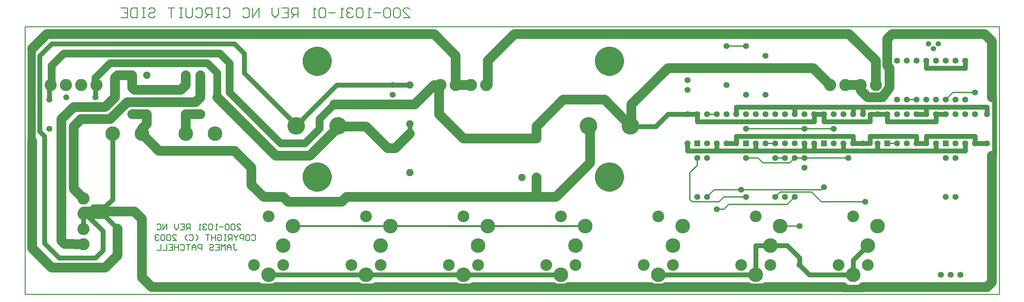
<source format=gbl>
*%FSLAX23Y23*%
*%MOIN*%
G01*
%ADD11C,0.006*%
%ADD12C,0.007*%
%ADD13C,0.008*%
%ADD14C,0.010*%
%ADD15C,0.012*%
%ADD16C,0.015*%
%ADD17C,0.020*%
%ADD18C,0.032*%
%ADD19C,0.036*%
%ADD20C,0.042*%
%ADD21C,0.050*%
%ADD22C,0.052*%
%ADD23C,0.055*%
%ADD24C,0.056*%
%ADD25C,0.060*%
%ADD26C,0.061*%
%ADD27C,0.062*%
%ADD28C,0.068*%
%ADD29C,0.070*%
%ADD30C,0.070*%
%ADD31C,0.075*%
%ADD32C,0.075*%
%ADD33C,0.080*%
%ADD34C,0.080*%
%ADD35C,0.081*%
%ADD36C,0.090*%
%ADD37C,0.095*%
%ADD38C,0.100*%
%ADD39C,0.115*%
%ADD40C,0.120*%
%ADD41C,0.125*%
%ADD42C,0.126*%
%ADD43C,0.131*%
%ADD44C,0.140*%
%ADD45C,0.150*%
%ADD46C,0.156*%
%ADD47C,0.160*%
%ADD48C,0.180*%
%ADD49C,0.186*%
%ADD50C,0.250*%
%ADD51R,0.062X0.062*%
%ADD52R,0.068X0.068*%
D14*
X8659Y9282D02*
X8726D01*
X8659Y9349D01*
Y9365D01*
X8676Y9382D01*
X8709D01*
X8726Y9365D01*
X8626D02*
X8609Y9382D01*
X8576D01*
X8559Y9365D01*
Y9299D01*
X8576Y9282D01*
X8609D01*
X8626Y9299D01*
Y9365D01*
X8526D02*
X8509Y9382D01*
X8476D01*
X8459Y9365D01*
Y9299D01*
X8476Y9282D01*
X8509D01*
X8526Y9299D01*
Y9365D01*
X8426Y9332D02*
X8359D01*
X8326Y9282D02*
X8293D01*
X8309D01*
Y9382D01*
X8310D01*
X8309D02*
X8326Y9365D01*
X8243D02*
X8226Y9382D01*
X8193D01*
X8176Y9365D01*
Y9299D01*
X8193Y9282D01*
X8226D01*
X8243Y9299D01*
Y9365D01*
X8143D02*
X8126Y9382D01*
X8093D01*
X8076Y9365D01*
Y9349D01*
X8077D01*
X8076D02*
X8077D01*
X8076D02*
X8077D01*
X8076D02*
X8093Y9332D01*
X8110D01*
X8093D01*
X8076Y9315D01*
Y9299D01*
X8093Y9282D01*
X8126D01*
X8143Y9299D01*
X8043Y9282D02*
X8010D01*
X8026D01*
Y9382D01*
X8027D01*
X8026D02*
X8043Y9365D01*
X7960Y9332D02*
X7893D01*
X7860Y9365D02*
X7843Y9382D01*
X7810D01*
X7793Y9365D01*
Y9299D01*
X7810Y9282D01*
X7843D01*
X7860Y9299D01*
Y9365D01*
X7760Y9282D02*
X7726D01*
X7743D01*
Y9382D01*
X7744D01*
X7743D02*
X7760Y9365D01*
X7576Y9382D02*
Y9282D01*
Y9382D02*
X7526D01*
X7510Y9365D01*
Y9332D01*
X7526Y9315D01*
X7576D01*
X7543D02*
X7510Y9282D01*
X7476Y9382D02*
X7410D01*
X7476D02*
Y9282D01*
X7410D01*
X7443Y9332D02*
X7476D01*
X7376Y9315D02*
Y9382D01*
Y9315D02*
X7343Y9282D01*
X7310Y9315D01*
Y9382D01*
X7177D02*
Y9282D01*
X7110D02*
X7177Y9382D01*
X7110D02*
Y9282D01*
X7010Y9365D02*
X7027Y9382D01*
X7060D01*
X7077Y9365D01*
Y9299D01*
X7060Y9282D01*
X7027D01*
X7010Y9299D01*
X6827Y9382D02*
X6810Y9365D01*
X6827Y9382D02*
X6860D01*
X6877Y9365D01*
Y9299D01*
X6860Y9282D01*
X6827D01*
X6810Y9299D01*
X6777Y9382D02*
X6743D01*
X6760D01*
Y9282D01*
X6777D01*
X6743D01*
X6693D02*
Y9382D01*
X6643D01*
X6627Y9365D01*
Y9332D01*
X6643Y9315D01*
X6693D01*
X6660D02*
X6627Y9282D01*
X6527Y9365D02*
X6543Y9382D01*
X6577D01*
X6593Y9365D01*
Y9299D01*
X6577Y9282D01*
X6543D01*
X6527Y9299D01*
X6493D02*
Y9382D01*
Y9299D02*
X6477Y9282D01*
X6443D01*
X6427Y9299D01*
Y9382D01*
X6393D02*
X6360D01*
X6377D01*
Y9282D01*
X6393D01*
X6360D01*
X6310Y9382D02*
X6243D01*
X6277D01*
Y9282D01*
X6060Y9382D02*
X6044Y9365D01*
X6060Y9382D02*
X6094D01*
X6110Y9365D01*
Y9349D01*
X6094Y9332D01*
X6060D01*
X6044Y9315D01*
Y9299D01*
X6060Y9282D01*
X6094D01*
X6110Y9299D01*
X6010Y9382D02*
X5977D01*
X5994D01*
Y9282D01*
X6010D01*
X5977D01*
X5927D02*
Y9382D01*
Y9282D02*
X5877D01*
X5860Y9299D01*
Y9365D01*
X5877Y9382D01*
X5927D01*
X5827D02*
X5760D01*
X5827D02*
Y9282D01*
X5760D01*
X5794Y9332D02*
X5827D01*
X6911Y6952D02*
X6931D01*
X6921D01*
Y6902D01*
X6931Y6892D01*
X6941D01*
X6951Y6902D01*
X6891Y6892D02*
Y6932D01*
X6871Y6952D01*
X6851Y6932D01*
Y6892D01*
Y6922D01*
X6891D01*
X6831Y6892D02*
Y6952D01*
X6811Y6932D01*
X6791Y6952D01*
Y6892D01*
X6771Y6952D02*
X6731D01*
X6771D02*
Y6892D01*
X6731D01*
X6751Y6922D02*
X6771D01*
X6681Y6952D02*
X6671Y6942D01*
X6681Y6952D02*
X6701D01*
X6711Y6942D01*
Y6932D01*
X6701Y6922D01*
X6681D01*
X6671Y6912D01*
Y6902D01*
X6681Y6892D01*
X6701D01*
X6711Y6902D01*
X6591Y6892D02*
Y6952D01*
X6561D01*
X6551Y6942D01*
Y6922D01*
X6561Y6912D01*
X6591D01*
X6531Y6892D02*
Y6932D01*
X6511Y6952D01*
X6491Y6932D01*
Y6892D01*
Y6922D01*
X6531D01*
X6471Y6952D02*
X6431D01*
X6451D01*
Y6892D01*
X6381Y6952D02*
X6371Y6942D01*
X6381Y6952D02*
X6401D01*
X6411Y6942D01*
Y6902D01*
X6401Y6892D01*
X6381D01*
X6371Y6902D01*
X6351Y6892D02*
Y6952D01*
Y6922D02*
Y6892D01*
Y6922D02*
X6311D01*
Y6952D01*
Y6892D01*
X6291Y6952D02*
X6251D01*
X6291D02*
Y6892D01*
X6251D01*
X6271Y6922D02*
X6291D01*
X6231Y6952D02*
Y6892D01*
X6191D01*
X6171D02*
Y6952D01*
Y6892D02*
X6131D01*
X7101Y7042D02*
X7111Y7052D01*
X7131D01*
X7141Y7042D01*
Y7002D01*
X7131Y6992D01*
X7111D01*
X7101Y7002D01*
X7071Y7052D02*
X7051D01*
X7071D02*
X7081Y7042D01*
Y7002D01*
X7071Y6992D01*
X7051D01*
X7041Y7002D01*
Y7042D01*
X7051Y7052D01*
X7021D02*
Y6992D01*
Y7052D02*
X6991D01*
X6981Y7042D01*
Y7022D01*
X6991Y7012D01*
X7021D01*
X6961Y7042D02*
Y7052D01*
Y7042D02*
X6941Y7022D01*
X6921Y7042D01*
Y7052D01*
X6941Y7022D02*
Y6992D01*
X6901D02*
Y7052D01*
X6871D01*
X6861Y7042D01*
Y7022D01*
X6871Y7012D01*
X6901D01*
X6881D02*
X6861Y6992D01*
X6841Y7052D02*
X6821D01*
X6831D01*
Y6992D01*
X6841D01*
X6821D01*
X6761Y7052D02*
X6751Y7042D01*
X6761Y7052D02*
X6781D01*
X6791Y7042D01*
Y7002D01*
X6781Y6992D01*
X6761D01*
X6751Y7002D01*
Y7022D01*
X6771D01*
X6731Y7052D02*
Y6992D01*
Y7022D01*
X6691D01*
Y7052D01*
Y6992D01*
X6671Y7052D02*
X6631D01*
X6651D01*
Y6992D01*
X6551Y7012D02*
X6531Y6992D01*
X6551Y7012D02*
Y7032D01*
X6531Y7052D01*
X6471D02*
X6461Y7042D01*
X6471Y7052D02*
X6491D01*
X6501Y7042D01*
Y7002D01*
X6491Y6992D01*
X6471D01*
X6461Y7002D01*
X6441Y6992D02*
X6421Y7012D01*
Y7032D01*
X6441Y7052D01*
X6331Y6992D02*
X6291D01*
X6331D02*
X6291Y7032D01*
Y7042D01*
X6301Y7052D01*
X6321D01*
X6331Y7042D01*
X6271D02*
X6261Y7052D01*
X6241D01*
X6231Y7042D01*
Y7002D01*
X6241Y6992D01*
X6261D01*
X6271Y7002D01*
Y7042D01*
X6211D02*
X6201Y7052D01*
X6181D01*
X6171Y7042D01*
Y7002D01*
X6181Y6992D01*
X6201D01*
X6211Y7002D01*
Y7042D01*
X6151D02*
X6141Y7052D01*
X6121D01*
X6111Y7042D01*
Y7032D01*
X6112D01*
X6111D02*
X6112D01*
X6111D02*
X6112D01*
X6111D02*
X6121Y7022D01*
X6131D01*
X6121D01*
X6111Y7012D01*
Y7002D01*
X6121Y6992D01*
X6141D01*
X6151Y7002D01*
X6951Y7102D02*
X6991D01*
X6951Y7142D01*
Y7152D01*
X6961Y7162D01*
X6981D01*
X6991Y7152D01*
X6931D02*
X6921Y7162D01*
X6901D01*
X6891Y7152D01*
Y7112D01*
X6901Y7102D01*
X6921D01*
X6931Y7112D01*
Y7152D01*
X6871D02*
X6861Y7162D01*
X6841D01*
X6831Y7152D01*
Y7112D01*
X6841Y7102D01*
X6861D01*
X6871Y7112D01*
Y7152D01*
X6811Y7132D02*
X6771D01*
X6751Y7102D02*
X6731D01*
X6741D01*
Y7162D01*
X6742D01*
X6741D02*
X6751Y7152D01*
X6701D02*
X6691Y7162D01*
X6671D01*
X6661Y7152D01*
Y7112D01*
X6671Y7102D01*
X6691D01*
X6701Y7112D01*
Y7152D01*
X6641D02*
X6631Y7162D01*
X6611D01*
X6601Y7152D01*
Y7142D01*
X6602D01*
X6601D02*
X6602D01*
X6601D02*
X6602D01*
X6601D02*
X6611Y7132D01*
X6621D01*
X6611D01*
X6601Y7122D01*
Y7112D01*
X6611Y7102D01*
X6631D01*
X6641Y7112D01*
X6581Y7102D02*
X6561D01*
X6571D01*
Y7162D01*
X6572D01*
X6571D02*
X6581Y7152D01*
X6471Y7162D02*
Y7102D01*
Y7162D02*
X6441D01*
X6431Y7152D01*
Y7132D01*
X6441Y7122D01*
X6471D01*
X6451D02*
X6431Y7102D01*
X6411Y7162D02*
X6371D01*
X6411D02*
Y7102D01*
X6371D01*
X6391Y7132D02*
X6411D01*
X6351Y7122D02*
Y7162D01*
Y7122D02*
X6331Y7102D01*
X6311Y7122D01*
Y7162D01*
X6231D02*
Y7102D01*
X6191D02*
X6231Y7162D01*
X6191D02*
Y7102D01*
X6131Y7152D02*
X6141Y7162D01*
X6161D01*
X6171Y7152D01*
Y7112D01*
X6161Y7102D01*
X6141D01*
X6131Y7112D01*
X14776Y6437D02*
Y9187D01*
X4776D02*
Y6437D01*
X14776D01*
Y9187D02*
X4776D01*
D15*
X12526Y7137D02*
X12726D01*
X11901Y7387D02*
X11626D01*
X12951D02*
X13401D01*
X12601Y7362D02*
X12001D01*
X11951Y7312D02*
X11876D01*
X11851Y7512D02*
X12126D01*
X12951D01*
X12176Y7437D02*
X11951D01*
X12526Y7487D02*
X12851D01*
X12301Y7837D02*
X12176D01*
X12351Y7787D02*
X12626D01*
X12576Y7837D02*
X12476D01*
X12676D02*
X12776D01*
X13226D01*
X12476Y7987D02*
X12376D01*
X12776Y8137D02*
X13076D01*
X12776D02*
X12176D01*
X13626Y7987D02*
X13726D01*
X11876Y8287D02*
X11776D01*
X13826Y8437D02*
X13926D01*
X14301Y8512D02*
X14526D01*
X12176Y8987D02*
X11976D01*
X11601Y7687D02*
Y7412D01*
Y7687D02*
X11676Y7762D01*
X11601Y7412D02*
X11626Y7387D01*
X11676Y7762D02*
Y7837D01*
X11851Y7512D02*
X11776Y7437D01*
X11901Y7387D02*
X11951Y7437D01*
X12001Y7362D02*
X11951Y7312D01*
X12351Y7787D02*
X12301Y7837D01*
X12526Y7487D02*
X12476Y7437D01*
X12626Y7787D02*
X12676Y7837D01*
Y7437D02*
X12601Y7362D01*
X12951Y7512D02*
X12976Y7537D01*
X12851Y7487D02*
X12951Y7387D01*
X14226Y8437D02*
X14301Y8512D01*
D17*
X8526Y7137D02*
X7526D01*
X9526D02*
X10526D01*
X9526D02*
X8526D01*
D21*
X7701Y8312D02*
X7976Y8587D01*
X5676Y7412D02*
X5601Y7337D01*
X5576Y6887D02*
X5501Y6812D01*
X5401Y7262D02*
X5476Y7337D01*
X11251Y8162D02*
X11376Y8287D01*
X13276Y6787D02*
X13426Y6937D01*
X5051Y9012D02*
X4926Y8887D01*
X4976Y6962D02*
X5126Y6812D01*
X7026Y8712D02*
X7576Y8162D01*
X7201Y8537D01*
X5726Y7112D02*
X5601Y7237D01*
X5576Y7087D02*
X5401Y7262D01*
X12601Y6937D02*
X12726Y6812D01*
Y6737D02*
X12826Y6637D01*
X7026Y8912D02*
X6926Y9012D01*
X4976Y8062D02*
X4926Y8112D01*
X7561Y8167D02*
X7701Y8312D01*
X5401Y7262D02*
X5376Y7265D01*
X5401Y7237D01*
X10991Y8167D02*
X11001Y8162D01*
X7376Y6487D02*
X7151D01*
X12176D02*
X12426D01*
X9401D02*
X9176D01*
X11101D02*
X11376D01*
X10351D02*
X10176D01*
X8426D02*
X8151D01*
X4926Y8112D02*
Y8887D01*
X4826Y8962D02*
Y7987D01*
X12826Y6637D02*
X13276D01*
X12276D02*
X11276D01*
X8276D02*
X7276D01*
X8276D02*
X9276D01*
X10276D01*
X4976Y6962D02*
Y8062D01*
X5026Y8437D02*
Y8587D01*
X5126Y6812D02*
X5501D01*
X12276Y6937D02*
X12426D01*
X12601D01*
X5501Y8462D02*
Y8587D01*
X5376Y7265D02*
Y7262D01*
Y7109D01*
Y7265D02*
Y7287D01*
X5476Y7337D02*
X5601D01*
Y7237D02*
X5401D01*
X5676Y7412D02*
Y8087D01*
X5576Y7087D02*
Y6887D01*
X14701Y7862D02*
X14726D01*
X8526Y7937D02*
X8501D01*
X11876Y7912D02*
X12276D01*
X12776D01*
X12876D01*
X13176D01*
X13526D01*
X14126D01*
X14426D01*
X11876D02*
X11576D01*
X14026Y8062D02*
X14526D01*
Y7987D02*
X14651D01*
X13926Y8062D02*
X13451D01*
X13926Y7987D02*
X14026D01*
X13451D02*
X13376D01*
X13276Y8062D02*
X12076D01*
X13276Y7987D02*
X13376D01*
X12076D02*
X11976D01*
X11251Y8162D02*
X11001D01*
X13626Y8212D02*
X14126D01*
Y8287D02*
X14226D01*
X13626D02*
X13526D01*
X13451D01*
X12876Y8212D02*
X11676D01*
X12876Y8287D02*
X12976D01*
X11676D02*
X11576D01*
X11376D01*
X14026Y8362D02*
X14651D01*
X13926D02*
X13376D01*
X13926D02*
X14026D01*
Y8287D02*
X13926D01*
X13376Y8362D02*
X13276D01*
X12676D02*
X12076D01*
X12676D02*
X13276D01*
X13451Y8212D02*
X12976D01*
X14701Y8462D02*
X14726D01*
X9051Y8587D02*
X8976D01*
X8151D02*
X7976D01*
X8151D02*
X8726D01*
X5510D02*
X5501D01*
X9026D02*
X9042D01*
X9198D02*
X9201D01*
X9510D02*
X9526D01*
X14026Y8762D02*
X14426D01*
X5042Y8587D02*
X5026D01*
X13351D02*
X13354D01*
X7026Y8712D02*
Y8912D01*
X6926Y9012D02*
X5051D01*
X8726Y8187D02*
Y8087D01*
X11576Y7987D02*
Y7912D01*
X11676Y8212D02*
Y8287D01*
X11876Y7987D02*
Y7912D01*
X12076Y7987D02*
Y8062D01*
Y8287D02*
Y8362D01*
X12276Y7987D02*
Y7912D01*
Y6937D02*
Y6637D01*
X12776Y7912D02*
Y7987D01*
X12676Y8287D02*
Y8362D01*
X12726Y6812D02*
Y6737D01*
X12876Y7912D02*
Y7987D01*
Y8212D02*
Y8287D01*
X12976D02*
Y8212D01*
X13276Y8062D02*
Y7987D01*
X13176D02*
Y7912D01*
X13276Y8287D02*
Y8362D01*
Y6787D02*
Y6637D01*
X13451Y7987D02*
Y8062D01*
X13526Y7987D02*
Y7912D01*
X13451Y8212D02*
Y8287D01*
X13376D02*
Y8362D01*
X13626Y8287D02*
Y8212D01*
X13926Y8062D02*
Y7987D01*
X14026D02*
Y8062D01*
X14126Y7987D02*
Y7912D01*
Y8212D02*
Y8287D01*
X14026D02*
Y8362D01*
Y8762D02*
Y8837D01*
X14526Y8062D02*
Y7987D01*
X14426D02*
Y7912D01*
Y8762D02*
Y8837D01*
X14726Y8462D02*
Y7862D01*
X14651Y8287D02*
Y8362D01*
D23*
X14051Y9012D02*
D03*
X14101Y8962D02*
D03*
X14151Y9012D02*
D03*
D27*
X14526Y8512D02*
D03*
X13401Y7387D02*
D03*
X13226Y7837D02*
D03*
X13076Y8137D02*
D03*
X12976Y7537D02*
D03*
X12776Y8137D02*
D03*
X12176D02*
D03*
X12126Y7512D02*
D03*
X11876Y7312D02*
D03*
X14426Y8837D02*
D03*
Y8437D02*
D03*
X14326Y8837D02*
D03*
Y8437D02*
D03*
X13926Y8837D02*
D03*
Y8437D02*
D03*
X13826Y8837D02*
D03*
Y8437D02*
D03*
X13726Y8837D02*
D03*
Y8437D02*
D03*
X14126Y7987D02*
D03*
Y8287D02*
D03*
X14651D02*
D03*
Y7987D02*
D03*
X14326D02*
D03*
X14226Y8287D02*
D03*
X14326D02*
D03*
X14426D02*
D03*
X14526D02*
D03*
Y7987D02*
D03*
X14426D02*
D03*
X14026Y8287D02*
D03*
Y7987D02*
D03*
X13726D02*
D03*
X13626Y8287D02*
D03*
X13726D02*
D03*
X13826D02*
D03*
X13926D02*
D03*
Y7987D02*
D03*
X13826D02*
D03*
X13526D02*
D03*
Y8287D02*
D03*
X13376D02*
D03*
Y7987D02*
D03*
X14326Y7437D02*
D03*
Y7837D02*
D03*
X14226Y7437D02*
D03*
Y7837D02*
D03*
Y8437D02*
D03*
Y8837D02*
D03*
X14126Y8437D02*
D03*
Y8837D02*
D03*
X14026Y8437D02*
D03*
Y8837D02*
D03*
X14276Y6637D02*
D03*
X14376D02*
D03*
X14176D02*
D03*
X11976Y8987D02*
D03*
Y8587D02*
D03*
X12726Y7137D02*
D03*
Y6737D02*
D03*
X11776Y7987D02*
D03*
X11676Y8287D02*
D03*
X11776D02*
D03*
X11876D02*
D03*
X11976D02*
D03*
Y7987D02*
D03*
X11876D02*
D03*
X12076Y8287D02*
D03*
Y7987D02*
D03*
X12376D02*
D03*
X12176Y8287D02*
D03*
X12276D02*
D03*
X12376D02*
D03*
X12476D02*
D03*
X12576D02*
D03*
X12676D02*
D03*
X12776D02*
D03*
Y7987D02*
D03*
X12676D02*
D03*
X12576D02*
D03*
X12476D02*
D03*
X12276D02*
D03*
X12876D02*
D03*
Y8287D02*
D03*
X13076Y7987D02*
D03*
X12976Y8287D02*
D03*
X13076D02*
D03*
X13176D02*
D03*
X13276D02*
D03*
Y7987D02*
D03*
X13176D02*
D03*
X12376Y8487D02*
D03*
Y8887D02*
D03*
X12176Y8987D02*
D03*
Y8487D02*
D03*
X11676Y7437D02*
D03*
Y7837D02*
D03*
X11776Y7437D02*
D03*
Y7837D02*
D03*
X12176D02*
D03*
Y7437D02*
D03*
X12476D02*
D03*
Y7837D02*
D03*
X12576D02*
D03*
Y7437D02*
D03*
X12676D02*
D03*
Y7837D02*
D03*
X12776D02*
D03*
Y7737D02*
D03*
X11576Y7987D02*
D03*
Y8287D02*
D03*
Y8637D02*
D03*
Y8537D02*
D03*
X8551Y8487D02*
D03*
Y8587D02*
D03*
X5201Y8462D02*
D03*
X5501D02*
D03*
X5026Y8137D02*
D03*
Y8437D02*
D03*
D30*
X4851Y8012D02*
Y8962D01*
D32*
X13176Y6497D02*
X13376D01*
X10351Y6512D02*
X10201D01*
X7351D02*
X7176D01*
X8201D02*
X8376D01*
X9201D02*
X9376D01*
X11201D02*
X11351D01*
X12201D02*
X12376D01*
X13176D02*
Y6497D01*
X13376D02*
Y6512D01*
X10026Y8037D02*
D03*
Y7637D02*
D03*
X8726Y8187D02*
D03*
Y8587D02*
D03*
Y7687D02*
D03*
Y8087D02*
D03*
X9876Y7637D02*
D03*
Y8037D02*
D03*
X6576Y8287D02*
D03*
Y8687D02*
D03*
X6426Y8287D02*
D03*
Y8687D02*
D03*
X5876D02*
D03*
Y8287D02*
D03*
X6026Y8687D02*
D03*
Y8287D02*
D03*
D34*
X5501Y8662D02*
X5651Y8812D01*
X5176Y8912D02*
X5051Y8787D01*
X7651Y7987D02*
X7801Y8137D01*
Y8237D02*
X7951Y8387D01*
X6751Y8712D02*
X6651Y8812D01*
X6776Y8912D02*
X6876Y8812D01*
Y8512D02*
X7401Y7987D01*
X5051Y8587D02*
Y8787D01*
X5501Y8662D02*
Y8587D01*
X7401Y7987D02*
X7651D01*
X6876Y8512D02*
Y8812D01*
X6751Y8712D02*
Y8462D01*
X6776Y8912D02*
X5176D01*
X5651Y8812D02*
X6651D01*
X7801Y8237D02*
Y8137D01*
X10666Y8832D02*
X10667D01*
X10666D02*
X10667Y8816D01*
X10671Y8800D01*
X10677Y8784D01*
X10685Y8770D01*
X10695Y8757D01*
X10707Y8746D01*
X10721Y8737D01*
X10736Y8730D01*
X10752Y8725D01*
X10768Y8722D01*
X10784D01*
X10800Y8725D01*
X10816Y8730D01*
X10831Y8737D01*
X10845Y8746D01*
X10857Y8757D01*
X10867Y8770D01*
X10875Y8784D01*
X10881Y8800D01*
X10885Y8816D01*
X10886Y8832D01*
X10887D01*
X10886D02*
X10885Y8848D01*
X10881Y8864D01*
X10875Y8880D01*
X10867Y8894D01*
X10857Y8907D01*
X10845Y8918D01*
X10831Y8927D01*
X10816Y8934D01*
X10800Y8939D01*
X10784Y8942D01*
X10768D01*
X10752Y8939D01*
X10736Y8934D01*
X10721Y8927D01*
X10707Y8918D01*
X10695Y8907D01*
X10685Y8894D01*
X10677Y8880D01*
X10671Y8864D01*
X10667Y8848D01*
X10666Y8832D01*
X10744D02*
X10745D01*
X10744D02*
X10746Y8821D01*
X10751Y8811D01*
X10760Y8804D01*
X10770Y8800D01*
X10782D01*
X10792Y8804D01*
X10801Y8811D01*
X10806Y8821D01*
X10808Y8832D01*
X10809D01*
X10808D02*
X10806Y8843D01*
X10801Y8853D01*
X10792Y8860D01*
X10782Y8864D01*
X10770D01*
X10760Y8860D01*
X10751Y8853D01*
X10746Y8843D01*
X10744Y8832D01*
X10666Y7642D02*
X10667D01*
X10666D02*
X10667Y7626D01*
X10671Y7610D01*
X10677Y7594D01*
X10685Y7580D01*
X10695Y7567D01*
X10707Y7556D01*
X10721Y7547D01*
X10736Y7540D01*
X10752Y7535D01*
X10768Y7532D01*
X10784D01*
X10800Y7535D01*
X10816Y7540D01*
X10831Y7547D01*
X10845Y7556D01*
X10857Y7567D01*
X10867Y7580D01*
X10875Y7594D01*
X10881Y7610D01*
X10885Y7626D01*
X10886Y7642D01*
X10887D01*
X10886D02*
X10885Y7658D01*
X10881Y7674D01*
X10875Y7690D01*
X10867Y7704D01*
X10857Y7717D01*
X10845Y7728D01*
X10831Y7737D01*
X10816Y7744D01*
X10800Y7749D01*
X10784Y7752D01*
X10768D01*
X10752Y7749D01*
X10736Y7744D01*
X10721Y7737D01*
X10707Y7728D01*
X10695Y7717D01*
X10685Y7704D01*
X10677Y7690D01*
X10671Y7674D01*
X10667Y7658D01*
X10666Y7642D01*
X10744D02*
X10745D01*
X10744D02*
X10746Y7631D01*
X10751Y7621D01*
X10760Y7614D01*
X10770Y7610D01*
X10782D01*
X10792Y7614D01*
X10801Y7621D01*
X10806Y7631D01*
X10808Y7642D01*
X10809D01*
X10808D02*
X10806Y7653D01*
X10801Y7663D01*
X10792Y7670D01*
X10782Y7674D01*
X10770D01*
X10760Y7670D01*
X10751Y7663D01*
X10746Y7653D01*
X10744Y7642D01*
X7666Y8832D02*
X7667D01*
X7666D02*
X7667Y8816D01*
X7671Y8800D01*
X7677Y8784D01*
X7685Y8770D01*
X7695Y8757D01*
X7707Y8746D01*
X7721Y8737D01*
X7736Y8730D01*
X7752Y8725D01*
X7768Y8722D01*
X7784D01*
X7800Y8725D01*
X7816Y8730D01*
X7831Y8737D01*
X7845Y8746D01*
X7857Y8757D01*
X7867Y8770D01*
X7875Y8784D01*
X7881Y8800D01*
X7885Y8816D01*
X7886Y8832D01*
X7887D01*
X7886D02*
X7885Y8848D01*
X7881Y8864D01*
X7875Y8880D01*
X7867Y8894D01*
X7857Y8907D01*
X7845Y8918D01*
X7831Y8927D01*
X7816Y8934D01*
X7800Y8939D01*
X7784Y8942D01*
X7768D01*
X7752Y8939D01*
X7736Y8934D01*
X7721Y8927D01*
X7707Y8918D01*
X7695Y8907D01*
X7685Y8894D01*
X7677Y8880D01*
X7671Y8864D01*
X7667Y8848D01*
X7666Y8832D01*
X7744D02*
X7745D01*
X7744D02*
X7746Y8821D01*
X7751Y8811D01*
X7760Y8804D01*
X7770Y8800D01*
X7782D01*
X7792Y8804D01*
X7801Y8811D01*
X7806Y8821D01*
X7808Y8832D01*
X7809D01*
X7808D02*
X7806Y8843D01*
X7801Y8853D01*
X7792Y8860D01*
X7782Y8864D01*
X7770D01*
X7760Y8860D01*
X7751Y8853D01*
X7746Y8843D01*
X7744Y8832D01*
X7666Y7642D02*
X7667D01*
X7666D02*
X7667Y7626D01*
X7671Y7610D01*
X7677Y7594D01*
X7685Y7580D01*
X7695Y7567D01*
X7707Y7556D01*
X7721Y7547D01*
X7736Y7540D01*
X7752Y7535D01*
X7768Y7532D01*
X7784D01*
X7800Y7535D01*
X7816Y7540D01*
X7831Y7547D01*
X7845Y7556D01*
X7857Y7567D01*
X7867Y7580D01*
X7875Y7594D01*
X7881Y7610D01*
X7885Y7626D01*
X7886Y7642D01*
X7887D01*
X7886D02*
X7885Y7658D01*
X7881Y7674D01*
X7875Y7690D01*
X7867Y7704D01*
X7857Y7717D01*
X7845Y7728D01*
X7831Y7737D01*
X7816Y7744D01*
X7800Y7749D01*
X7784Y7752D01*
X7768D01*
X7752Y7749D01*
X7736Y7744D01*
X7721Y7737D01*
X7707Y7728D01*
X7695Y7717D01*
X7685Y7704D01*
X7677Y7690D01*
X7671Y7674D01*
X7667Y7658D01*
X7666Y7642D01*
X7744D02*
X7745D01*
X7744D02*
X7746Y7631D01*
X7751Y7621D01*
X7760Y7614D01*
X7770Y7610D01*
X7782D01*
X7792Y7614D01*
X7801Y7621D01*
X7806Y7631D01*
X7808Y7642D01*
X7809D01*
X7808D02*
X7806Y7653D01*
X7801Y7663D01*
X7792Y7670D01*
X7782Y7674D01*
X7770D01*
X7760Y7670D01*
X7751Y7663D01*
X7746Y7653D01*
X7744Y7642D01*
D38*
X14651Y6512D02*
X14701Y6562D01*
X5726Y6837D02*
X5601Y6712D01*
X4851Y8962D02*
X5001Y9112D01*
X8026Y7387D02*
X8076Y7437D01*
X6426Y8587D02*
X6376Y8537D01*
X5326Y8212D02*
X5276Y8162D01*
X5326Y8212D02*
X5351Y8237D01*
X5651D02*
X5826Y8412D01*
X6526D02*
X6576Y8462D01*
X5726Y8687D02*
X5701Y8662D01*
Y8462D02*
X5601Y8362D01*
X5276D02*
X5151Y8237D01*
X10226Y7437D02*
X10576Y7787D01*
X6026Y8187D02*
X5976Y8137D01*
X8576Y7937D02*
X8726Y8087D01*
X9526Y8837D02*
X9801Y9112D01*
X11001Y8387D02*
X11376Y8762D01*
X10301Y8437D02*
X10026Y8162D01*
X8976Y8587D02*
X8776Y8387D01*
X13626Y9062D02*
X13676Y9112D01*
X8001Y8162D02*
X7701Y7862D01*
X14626Y9112D02*
X14701Y9037D01*
X5976Y7212D02*
X5901Y7287D01*
X5976Y6612D02*
X6076Y6512D01*
X5051Y6712D02*
X4851Y6912D01*
X5151Y6987D02*
X5184Y6954D01*
X7426Y7437D02*
X7476Y7387D01*
X5901Y8537D02*
X5876Y8562D01*
X5276Y7521D02*
X5376Y7421D01*
X7101Y7562D02*
X7226Y7437D01*
X6151Y7912D02*
X5976Y8087D01*
X6926Y7912D02*
X7101Y7737D01*
X8276Y8162D02*
X8501Y7937D01*
X13235Y9112D02*
X13510Y8837D01*
X13042Y8587D02*
X12867Y8762D01*
X9276Y8037D02*
X9126Y8187D01*
X9026Y8287D01*
X13626Y8787D02*
X13651Y8762D01*
X7351Y7862D02*
X6751Y8462D01*
X8976Y9112D02*
X9198Y8887D01*
X5376Y6953D02*
X5184Y6954D01*
X10561Y8167D02*
X10576Y8162D01*
X10726Y8437D02*
X10991Y8167D01*
X13354Y8535D02*
X13426Y8462D01*
X13576D02*
X13651Y8562D01*
X13376Y6512D02*
X14651D01*
X13176D02*
X12376D01*
X12201D02*
X11351D01*
X11201D02*
X10351D01*
X10201D02*
X9376D01*
X9201D02*
X8376D01*
X8201D02*
X7351D01*
X7176D02*
X6076D01*
X4851Y6912D02*
Y8012D01*
X5051Y6712D02*
X5601D01*
X5151Y6987D02*
Y7662D01*
X5276Y7521D02*
Y8162D01*
X5151Y8237D02*
Y7662D01*
X5376Y7287D02*
X5901D01*
X7476Y7387D02*
X8026D01*
X5726Y7112D02*
Y6837D01*
X5701Y8462D02*
Y8662D01*
X8076Y7437D02*
X10226D01*
X7426D02*
X7226D01*
X10026D02*
X10226D01*
X5876Y8562D02*
Y8687D01*
X5976Y7212D02*
Y6612D01*
X6026Y8187D02*
Y8287D01*
X5976Y8137D02*
Y8087D01*
X6151Y7912D02*
X6926D01*
X8526Y7937D02*
X8576D01*
X7701Y7862D02*
X7351D01*
X8001Y8162D02*
X8276D01*
X9276Y8037D02*
X9876D01*
X10026D01*
X6426Y8587D02*
Y8687D01*
Y8287D02*
Y8087D01*
X5651Y8237D02*
X5351D01*
X5276Y8362D02*
X5601D01*
X5876Y8287D02*
X6026D01*
X6426D02*
X6576D01*
Y8462D02*
Y8687D01*
X6376Y8537D02*
X5901D01*
X5826Y8412D02*
X6526D01*
X10301Y8437D02*
X10726D01*
X8776Y8387D02*
X7951D01*
X13426Y8462D02*
X13576D01*
X5801Y8687D02*
X5726D01*
X5801D02*
X5876D01*
X11376Y8762D02*
X12867D01*
X13198Y8587D02*
X13351D01*
X9354D02*
X9201D01*
X7101Y7737D02*
Y7562D01*
X8976Y9112D02*
X5001D01*
X9801D02*
X13235D01*
X13676D02*
X14626D01*
X9026Y8587D02*
Y8437D01*
Y8287D01*
X9198Y8587D02*
Y8887D01*
X9526Y8837D02*
Y8587D01*
X10026Y7637D02*
Y7437D01*
Y8037D02*
Y8162D01*
X10576D02*
Y7787D01*
X11001Y8162D02*
Y8387D01*
X13354Y8535D02*
Y8587D01*
X13510D02*
Y8837D01*
X13651Y8762D02*
Y8562D01*
X13626Y8787D02*
Y9062D01*
X14701Y9037D02*
Y8462D01*
Y7862D02*
Y6562D01*
D40*
X13276Y7237D02*
D03*
X13126Y6737D02*
D03*
X13426D02*
D03*
X12276Y7237D02*
D03*
X12126Y6737D02*
D03*
X12426D02*
D03*
X10276Y7237D02*
D03*
X10126Y6737D02*
D03*
X10426D02*
D03*
X11276Y7237D02*
D03*
X11126Y6737D02*
D03*
X11426D02*
D03*
X9276Y7237D02*
D03*
X9126Y6737D02*
D03*
X9426D02*
D03*
X8276Y7237D02*
D03*
X8126Y6737D02*
D03*
X8426D02*
D03*
X7276Y7237D02*
D03*
X7126Y6737D02*
D03*
X7426D02*
D03*
D41*
X13198Y8587D02*
D03*
X13510D02*
D03*
X13042D02*
D03*
X13354D02*
D03*
X9198D02*
D03*
X9510D02*
D03*
X9042D02*
D03*
X9354D02*
D03*
X5376Y7109D02*
D03*
Y7421D02*
D03*
Y6953D02*
D03*
Y7265D02*
D03*
X5198Y8587D02*
D03*
X5510D02*
D03*
X5042D02*
D03*
X5354D02*
D03*
D45*
X13276Y6637D02*
D03*
X13526Y7137D02*
D03*
X13426Y6937D02*
D03*
X12276Y6637D02*
D03*
X12526Y7137D02*
D03*
X12426Y6937D02*
D03*
X10276Y6637D02*
D03*
X10526Y7137D02*
D03*
X10426Y6937D02*
D03*
X11276Y6637D02*
D03*
X11526Y7137D02*
D03*
X11426Y6937D02*
D03*
X9276Y6637D02*
D03*
X9526Y7137D02*
D03*
X9426Y6937D02*
D03*
X8276Y6637D02*
D03*
X8526Y7137D02*
D03*
X8426Y6937D02*
D03*
X7276Y6637D02*
D03*
X7526Y7137D02*
D03*
X7426Y6937D02*
D03*
X5676Y8087D02*
D03*
X5976D02*
D03*
X6426D02*
D03*
X6726D02*
D03*
D48*
X10561Y8167D02*
D03*
X10991D02*
D03*
X7561D02*
D03*
X7991D02*
D03*
D51*
X14226Y7987D02*
D03*
X13626D02*
D03*
X11676D02*
D03*
X12176D02*
D03*
X12976D02*
D03*
M02*

</source>
